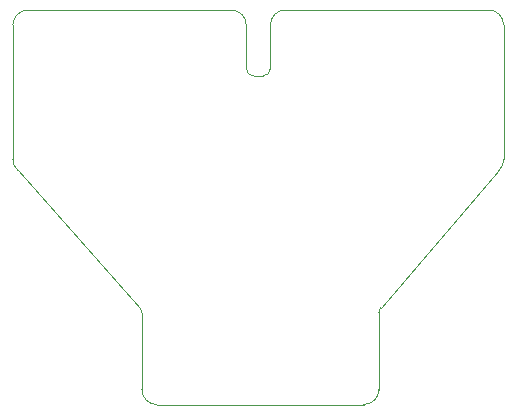
<source format=gbr>
%TF.GenerationSoftware,KiCad,Pcbnew,7.0.9-7.0.9~ubuntu22.04.1*%
%TF.CreationDate,2023-12-28T22:57:08-08:00*%
%TF.ProjectId,kraken-power-adapter,6b72616b-656e-42d7-906f-7765722d6164,1*%
%TF.SameCoordinates,Original*%
%TF.FileFunction,Profile,NP*%
%FSLAX46Y46*%
G04 Gerber Fmt 4.6, Leading zero omitted, Abs format (unit mm)*
G04 Created by KiCad (PCBNEW 7.0.9-7.0.9~ubuntu22.04.1) date 2023-12-28 22:57:08*
%MOMM*%
%LPD*%
G01*
G04 APERTURE LIST*
%TA.AperFunction,Profile*%
%ADD10C,0.100000*%
%TD*%
G04 APERTURE END LIST*
D10*
X127025400Y-102285800D02*
G75*
G03*
X125755400Y-101015800I-1270000J0D01*
G01*
X126620662Y-114600512D02*
X116613106Y-126205814D01*
X86741000Y-101015800D02*
X103962200Y-101015800D01*
X105232200Y-105968800D02*
G75*
G03*
X105867200Y-106603800I635000J0D01*
G01*
X108534200Y-101015800D02*
G75*
G03*
X107264200Y-102285800I0J-1270000D01*
G01*
X116459000Y-133146800D02*
X116459000Y-126620502D01*
X96393000Y-133146800D02*
G75*
G03*
X97663000Y-134416800I1270000J0D01*
G01*
X97663000Y-134416800D02*
X115189000Y-134416800D01*
X126620674Y-114600524D02*
G75*
G03*
X127025400Y-113670876I-865274J929624D01*
G01*
X105232200Y-102285800D02*
G75*
G03*
X103962200Y-101015800I-1270000J0D01*
G01*
X86741000Y-101015800D02*
G75*
G03*
X85471000Y-102285800I0J-1270000D01*
G01*
X106629200Y-106603800D02*
G75*
G03*
X107264200Y-105968800I0J635000D01*
G01*
X85470986Y-113660265D02*
G75*
G03*
X85888844Y-114601926I1270114J65D01*
G01*
X85471000Y-102285800D02*
X85471000Y-113660265D01*
X116613105Y-126205813D02*
G75*
G03*
X116459000Y-126620502I480895J-414687D01*
G01*
X115189000Y-134416800D02*
G75*
G03*
X116459000Y-133146800I0J1270000D01*
G01*
X108534200Y-101015800D02*
X125755400Y-101015800D01*
X96393000Y-133146800D02*
X96393000Y-126636928D01*
X85888843Y-114601927D02*
X96232179Y-126214579D01*
X107264200Y-102285800D02*
X107264200Y-105968800D01*
X96393022Y-126636928D02*
G75*
G03*
X96232179Y-126214579I-635122J-72D01*
G01*
X105232200Y-102285800D02*
X105232200Y-105968800D01*
X127025400Y-102285800D02*
X127025400Y-113670876D01*
X105867200Y-106603800D02*
X106629200Y-106603800D01*
M02*

</source>
